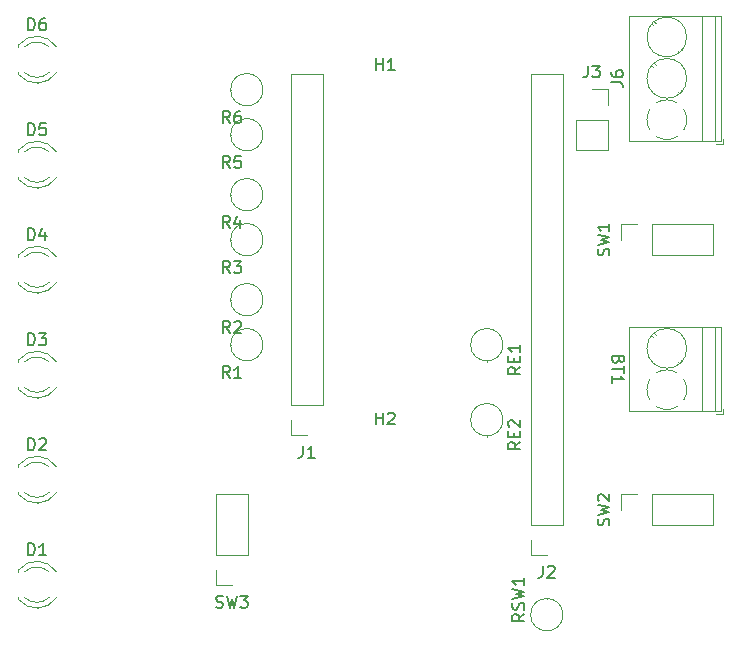
<source format=gbr>
G04 #@! TF.GenerationSoftware,KiCad,Pcbnew,5.1.5-52549c5~84~ubuntu18.04.1*
G04 #@! TF.CreationDate,2020-03-01T13:56:00-05:00*
G04 #@! TF.ProjectId,knuth-gateway,6b6e7574-682d-4676-9174-657761792e6b,rev?*
G04 #@! TF.SameCoordinates,Original*
G04 #@! TF.FileFunction,Legend,Top*
G04 #@! TF.FilePolarity,Positive*
%FSLAX46Y46*%
G04 Gerber Fmt 4.6, Leading zero omitted, Abs format (unit mm)*
G04 Created by KiCad (PCBNEW 5.1.5-52549c5~84~ubuntu18.04.1) date 2020-03-01 13:56:00*
%MOMM*%
%LPD*%
G04 APERTURE LIST*
%ADD10C,0.120000*%
%ADD11C,0.150000*%
G04 APERTURE END LIST*
D10*
X49530000Y-55780000D02*
X49530000Y-55710000D01*
X50900000Y-57150000D02*
G75*
G03X50900000Y-57150000I-1370000J0D01*
G01*
X22860000Y-54670000D02*
X21530000Y-54670000D01*
X21530000Y-54670000D02*
X21530000Y-53340000D01*
X21530000Y-52070000D02*
X21530000Y-46930000D01*
X24190000Y-46930000D02*
X21530000Y-46930000D01*
X24190000Y-52070000D02*
X24190000Y-46930000D01*
X24190000Y-52070000D02*
X21530000Y-52070000D01*
X58420000Y-49590000D02*
X58420000Y-46930000D01*
X58420000Y-49590000D02*
X63560000Y-49590000D01*
X63560000Y-49590000D02*
X63560000Y-46930000D01*
X58420000Y-46930000D02*
X63560000Y-46930000D01*
X55820000Y-46930000D02*
X57150000Y-46930000D01*
X55820000Y-48260000D02*
X55820000Y-46930000D01*
X61114721Y-37209736D02*
G75*
G02X61370000Y-38100000I-1424721J-890264D01*
G01*
X58799807Y-36674495D02*
G75*
G02X60581000Y-36675000I890193J-1425505D01*
G01*
X58264642Y-38989894D02*
G75*
G02X58250000Y-37234000I1425358J889894D01*
G01*
X60579894Y-39525358D02*
G75*
G02X58824000Y-39540000I-889894J1425358D01*
G01*
X61370099Y-38071326D02*
G75*
G02X61130000Y-38966000I-1680099J-28674D01*
G01*
X61370000Y-34600000D02*
G75*
G03X61370000Y-34600000I-1680000J0D01*
G01*
X63790000Y-39910000D02*
X63790000Y-32790000D01*
X62690000Y-39910000D02*
X62690000Y-32790000D01*
X56530000Y-39910000D02*
X56530000Y-32790000D01*
X64250000Y-39910000D02*
X64250000Y-32790000D01*
X56530000Y-39910000D02*
X64250000Y-39910000D01*
X56530000Y-32790000D02*
X64250000Y-32790000D01*
X58621000Y-33325000D02*
X58749000Y-33454000D01*
X60871000Y-35575000D02*
X60964000Y-35669000D01*
X58415000Y-33530000D02*
X58509000Y-33624000D01*
X60631000Y-35745000D02*
X60759000Y-35874000D01*
X63850000Y-40150000D02*
X64490000Y-40150000D01*
X64490000Y-40150000D02*
X64490000Y-39750000D01*
X44450000Y-42010000D02*
X44450000Y-42080000D01*
X45820000Y-40640000D02*
G75*
G03X45820000Y-40640000I-1370000J0D01*
G01*
X44450000Y-35660000D02*
X44450000Y-35730000D01*
X45820000Y-34290000D02*
G75*
G03X45820000Y-34290000I-1370000J0D01*
G01*
X22760000Y-12700000D02*
X22690000Y-12700000D01*
X25500000Y-12700000D02*
G75*
G03X25500000Y-12700000I-1370000J0D01*
G01*
X22760000Y-16510000D02*
X22690000Y-16510000D01*
X25500000Y-16510000D02*
G75*
G03X25500000Y-16510000I-1370000J0D01*
G01*
X22760000Y-21590000D02*
X22690000Y-21590000D01*
X25500000Y-21590000D02*
G75*
G03X25500000Y-21590000I-1370000J0D01*
G01*
X22760000Y-25400000D02*
X22690000Y-25400000D01*
X25500000Y-25400000D02*
G75*
G03X25500000Y-25400000I-1370000J0D01*
G01*
X22760000Y-34290000D02*
X22690000Y-34290000D01*
X25500000Y-34290000D02*
G75*
G03X25500000Y-34290000I-1370000J0D01*
G01*
X22760000Y-30480000D02*
X22690000Y-30480000D01*
X25500000Y-30480000D02*
G75*
G03X25500000Y-30480000I-1370000J0D01*
G01*
X50860000Y-49530000D02*
X48200000Y-49530000D01*
X50860000Y-49530000D02*
X50860000Y-11370000D01*
X50860000Y-11370000D02*
X48200000Y-11370000D01*
X48200000Y-49530000D02*
X48200000Y-11370000D01*
X48200000Y-52130000D02*
X48200000Y-50800000D01*
X49530000Y-52130000D02*
X48200000Y-52130000D01*
X30540000Y-39370000D02*
X27880000Y-39370000D01*
X30540000Y-39370000D02*
X30540000Y-11370000D01*
X30540000Y-11370000D02*
X27880000Y-11370000D01*
X27880000Y-39370000D02*
X27880000Y-11370000D01*
X27880000Y-41970000D02*
X27880000Y-40640000D01*
X29210000Y-41970000D02*
X27880000Y-41970000D01*
X4790000Y-55690000D02*
X4790000Y-55846000D01*
X4790000Y-53374000D02*
X4790000Y-53530000D01*
X7391130Y-55689837D02*
G75*
G02X5309039Y-55690000I-1041130J1079837D01*
G01*
X7391130Y-53530163D02*
G75*
G03X5309039Y-53530000I-1041130J-1079837D01*
G01*
X8022335Y-55688608D02*
G75*
G02X4790000Y-55845516I-1672335J1078608D01*
G01*
X8022335Y-53531392D02*
G75*
G03X4790000Y-53374484I-1672335J-1078608D01*
G01*
X8022335Y-44641392D02*
G75*
G03X4790000Y-44484484I-1672335J-1078608D01*
G01*
X8022335Y-46798608D02*
G75*
G02X4790000Y-46955516I-1672335J1078608D01*
G01*
X7391130Y-44640163D02*
G75*
G03X5309039Y-44640000I-1041130J-1079837D01*
G01*
X7391130Y-46799837D02*
G75*
G02X5309039Y-46800000I-1041130J1079837D01*
G01*
X4790000Y-44484000D02*
X4790000Y-44640000D01*
X4790000Y-46800000D02*
X4790000Y-46956000D01*
X4790000Y-37910000D02*
X4790000Y-38066000D01*
X4790000Y-35594000D02*
X4790000Y-35750000D01*
X7391130Y-37909837D02*
G75*
G02X5309039Y-37910000I-1041130J1079837D01*
G01*
X7391130Y-35750163D02*
G75*
G03X5309039Y-35750000I-1041130J-1079837D01*
G01*
X8022335Y-37908608D02*
G75*
G02X4790000Y-38065516I-1672335J1078608D01*
G01*
X8022335Y-35751392D02*
G75*
G03X4790000Y-35594484I-1672335J-1078608D01*
G01*
X8022335Y-26861392D02*
G75*
G03X4790000Y-26704484I-1672335J-1078608D01*
G01*
X8022335Y-29018608D02*
G75*
G02X4790000Y-29175516I-1672335J1078608D01*
G01*
X7391130Y-26860163D02*
G75*
G03X5309039Y-26860000I-1041130J-1079837D01*
G01*
X7391130Y-29019837D02*
G75*
G02X5309039Y-29020000I-1041130J1079837D01*
G01*
X4790000Y-26704000D02*
X4790000Y-26860000D01*
X4790000Y-29020000D02*
X4790000Y-29176000D01*
X4790000Y-20130000D02*
X4790000Y-20286000D01*
X4790000Y-17814000D02*
X4790000Y-17970000D01*
X7391130Y-20129837D02*
G75*
G02X5309039Y-20130000I-1041130J1079837D01*
G01*
X7391130Y-17970163D02*
G75*
G03X5309039Y-17970000I-1041130J-1079837D01*
G01*
X8022335Y-20128608D02*
G75*
G02X4790000Y-20285516I-1672335J1078608D01*
G01*
X8022335Y-17971392D02*
G75*
G03X4790000Y-17814484I-1672335J-1078608D01*
G01*
X8022335Y-9081392D02*
G75*
G03X4790000Y-8924484I-1672335J-1078608D01*
G01*
X8022335Y-11238608D02*
G75*
G02X4790000Y-11395516I-1672335J1078608D01*
G01*
X7391130Y-9080163D02*
G75*
G03X5309039Y-9080000I-1041130J-1079837D01*
G01*
X7391130Y-11239837D02*
G75*
G02X5309039Y-11240000I-1041130J1079837D01*
G01*
X4790000Y-8924000D02*
X4790000Y-9080000D01*
X4790000Y-11240000D02*
X4790000Y-11396000D01*
X53340000Y-12640000D02*
X54670000Y-12640000D01*
X54670000Y-12640000D02*
X54670000Y-13970000D01*
X54670000Y-15240000D02*
X54670000Y-17840000D01*
X52010000Y-17840000D02*
X54670000Y-17840000D01*
X52010000Y-15240000D02*
X52010000Y-17840000D01*
X52010000Y-15240000D02*
X54670000Y-15240000D01*
X64490000Y-17290000D02*
X64490000Y-16890000D01*
X63850000Y-17290000D02*
X64490000Y-17290000D01*
X60631000Y-9385000D02*
X60759000Y-9514000D01*
X58415000Y-7170000D02*
X58509000Y-7264000D01*
X60871000Y-9215000D02*
X60964000Y-9309000D01*
X58621000Y-6965000D02*
X58749000Y-7094000D01*
X60631000Y-12885000D02*
X60759000Y-13014000D01*
X58415000Y-10670000D02*
X58509000Y-10764000D01*
X60871000Y-12715000D02*
X60964000Y-12809000D01*
X58621000Y-10465000D02*
X58749000Y-10594000D01*
X56530000Y-6430000D02*
X64250000Y-6430000D01*
X56530000Y-17050000D02*
X64250000Y-17050000D01*
X64250000Y-17050000D02*
X64250000Y-6430000D01*
X56530000Y-17050000D02*
X56530000Y-6430000D01*
X62690000Y-17050000D02*
X62690000Y-6430000D01*
X63790000Y-17050000D02*
X63790000Y-6430000D01*
X61370000Y-8240000D02*
G75*
G03X61370000Y-8240000I-1680000J0D01*
G01*
X61370000Y-11740000D02*
G75*
G03X61370000Y-11740000I-1680000J0D01*
G01*
X61370099Y-15211326D02*
G75*
G02X61130000Y-16106000I-1680099J-28674D01*
G01*
X60579894Y-16665358D02*
G75*
G02X58824000Y-16680000I-889894J1425358D01*
G01*
X58264642Y-16129894D02*
G75*
G02X58250000Y-14374000I1425358J889894D01*
G01*
X58799807Y-13814495D02*
G75*
G02X60581000Y-13815000I890193J-1425505D01*
G01*
X61114721Y-14349736D02*
G75*
G02X61370000Y-15240000I-1424721J-890264D01*
G01*
X58420000Y-26730000D02*
X58420000Y-24070000D01*
X58420000Y-26730000D02*
X63560000Y-26730000D01*
X63560000Y-26730000D02*
X63560000Y-24070000D01*
X58420000Y-24070000D02*
X63560000Y-24070000D01*
X55820000Y-24070000D02*
X57150000Y-24070000D01*
X55820000Y-25400000D02*
X55820000Y-24070000D01*
D11*
X47612380Y-57094285D02*
X47136190Y-57427619D01*
X47612380Y-57665714D02*
X46612380Y-57665714D01*
X46612380Y-57284761D01*
X46660000Y-57189523D01*
X46707619Y-57141904D01*
X46802857Y-57094285D01*
X46945714Y-57094285D01*
X47040952Y-57141904D01*
X47088571Y-57189523D01*
X47136190Y-57284761D01*
X47136190Y-57665714D01*
X47564761Y-56713333D02*
X47612380Y-56570476D01*
X47612380Y-56332380D01*
X47564761Y-56237142D01*
X47517142Y-56189523D01*
X47421904Y-56141904D01*
X47326666Y-56141904D01*
X47231428Y-56189523D01*
X47183809Y-56237142D01*
X47136190Y-56332380D01*
X47088571Y-56522857D01*
X47040952Y-56618095D01*
X46993333Y-56665714D01*
X46898095Y-56713333D01*
X46802857Y-56713333D01*
X46707619Y-56665714D01*
X46660000Y-56618095D01*
X46612380Y-56522857D01*
X46612380Y-56284761D01*
X46660000Y-56141904D01*
X46612380Y-55808571D02*
X47612380Y-55570476D01*
X46898095Y-55380000D01*
X47612380Y-55189523D01*
X46612380Y-54951428D01*
X47612380Y-54046666D02*
X47612380Y-54618095D01*
X47612380Y-54332380D02*
X46612380Y-54332380D01*
X46755238Y-54427619D01*
X46850476Y-54522857D01*
X46898095Y-54618095D01*
X35068095Y-41032380D02*
X35068095Y-40032380D01*
X35068095Y-40508571D02*
X35639523Y-40508571D01*
X35639523Y-41032380D02*
X35639523Y-40032380D01*
X36068095Y-40127619D02*
X36115714Y-40080000D01*
X36210952Y-40032380D01*
X36449047Y-40032380D01*
X36544285Y-40080000D01*
X36591904Y-40127619D01*
X36639523Y-40222857D01*
X36639523Y-40318095D01*
X36591904Y-40460952D01*
X36020476Y-41032380D01*
X36639523Y-41032380D01*
X35068095Y-11032380D02*
X35068095Y-10032380D01*
X35068095Y-10508571D02*
X35639523Y-10508571D01*
X35639523Y-11032380D02*
X35639523Y-10032380D01*
X36639523Y-11032380D02*
X36068095Y-11032380D01*
X36353809Y-11032380D02*
X36353809Y-10032380D01*
X36258571Y-10175238D01*
X36163333Y-10270476D01*
X36068095Y-10318095D01*
X21526666Y-56514761D02*
X21669523Y-56562380D01*
X21907619Y-56562380D01*
X22002857Y-56514761D01*
X22050476Y-56467142D01*
X22098095Y-56371904D01*
X22098095Y-56276666D01*
X22050476Y-56181428D01*
X22002857Y-56133809D01*
X21907619Y-56086190D01*
X21717142Y-56038571D01*
X21621904Y-55990952D01*
X21574285Y-55943333D01*
X21526666Y-55848095D01*
X21526666Y-55752857D01*
X21574285Y-55657619D01*
X21621904Y-55610000D01*
X21717142Y-55562380D01*
X21955238Y-55562380D01*
X22098095Y-55610000D01*
X22431428Y-55562380D02*
X22669523Y-56562380D01*
X22860000Y-55848095D01*
X23050476Y-56562380D01*
X23288571Y-55562380D01*
X23574285Y-55562380D02*
X24193333Y-55562380D01*
X23860000Y-55943333D01*
X24002857Y-55943333D01*
X24098095Y-55990952D01*
X24145714Y-56038571D01*
X24193333Y-56133809D01*
X24193333Y-56371904D01*
X24145714Y-56467142D01*
X24098095Y-56514761D01*
X24002857Y-56562380D01*
X23717142Y-56562380D01*
X23621904Y-56514761D01*
X23574285Y-56467142D01*
X54784761Y-49593333D02*
X54832380Y-49450476D01*
X54832380Y-49212380D01*
X54784761Y-49117142D01*
X54737142Y-49069523D01*
X54641904Y-49021904D01*
X54546666Y-49021904D01*
X54451428Y-49069523D01*
X54403809Y-49117142D01*
X54356190Y-49212380D01*
X54308571Y-49402857D01*
X54260952Y-49498095D01*
X54213333Y-49545714D01*
X54118095Y-49593333D01*
X54022857Y-49593333D01*
X53927619Y-49545714D01*
X53880000Y-49498095D01*
X53832380Y-49402857D01*
X53832380Y-49164761D01*
X53880000Y-49021904D01*
X53832380Y-48688571D02*
X54832380Y-48450476D01*
X54118095Y-48260000D01*
X54832380Y-48069523D01*
X53832380Y-47831428D01*
X53927619Y-47498095D02*
X53880000Y-47450476D01*
X53832380Y-47355238D01*
X53832380Y-47117142D01*
X53880000Y-47021904D01*
X53927619Y-46974285D01*
X54022857Y-46926666D01*
X54118095Y-46926666D01*
X54260952Y-46974285D01*
X54832380Y-47545714D01*
X54832380Y-46926666D01*
X55601428Y-35564285D02*
X55553809Y-35707142D01*
X55506190Y-35754761D01*
X55410952Y-35802380D01*
X55268095Y-35802380D01*
X55172857Y-35754761D01*
X55125238Y-35707142D01*
X55077619Y-35611904D01*
X55077619Y-35230952D01*
X56077619Y-35230952D01*
X56077619Y-35564285D01*
X56030000Y-35659523D01*
X55982380Y-35707142D01*
X55887142Y-35754761D01*
X55791904Y-35754761D01*
X55696666Y-35707142D01*
X55649047Y-35659523D01*
X55601428Y-35564285D01*
X55601428Y-35230952D01*
X56077619Y-36088095D02*
X56077619Y-36659523D01*
X55077619Y-36373809D02*
X56077619Y-36373809D01*
X55077619Y-37516666D02*
X55077619Y-36945238D01*
X55077619Y-37230952D02*
X56077619Y-37230952D01*
X55934761Y-37135714D01*
X55839523Y-37040476D01*
X55791904Y-36945238D01*
X47272380Y-42529047D02*
X46796190Y-42862380D01*
X47272380Y-43100476D02*
X46272380Y-43100476D01*
X46272380Y-42719523D01*
X46320000Y-42624285D01*
X46367619Y-42576666D01*
X46462857Y-42529047D01*
X46605714Y-42529047D01*
X46700952Y-42576666D01*
X46748571Y-42624285D01*
X46796190Y-42719523D01*
X46796190Y-43100476D01*
X46748571Y-42100476D02*
X46748571Y-41767142D01*
X47272380Y-41624285D02*
X47272380Y-42100476D01*
X46272380Y-42100476D01*
X46272380Y-41624285D01*
X46367619Y-41243333D02*
X46320000Y-41195714D01*
X46272380Y-41100476D01*
X46272380Y-40862380D01*
X46320000Y-40767142D01*
X46367619Y-40719523D01*
X46462857Y-40671904D01*
X46558095Y-40671904D01*
X46700952Y-40719523D01*
X47272380Y-41290952D01*
X47272380Y-40671904D01*
X47272380Y-36179047D02*
X46796190Y-36512380D01*
X47272380Y-36750476D02*
X46272380Y-36750476D01*
X46272380Y-36369523D01*
X46320000Y-36274285D01*
X46367619Y-36226666D01*
X46462857Y-36179047D01*
X46605714Y-36179047D01*
X46700952Y-36226666D01*
X46748571Y-36274285D01*
X46796190Y-36369523D01*
X46796190Y-36750476D01*
X46748571Y-35750476D02*
X46748571Y-35417142D01*
X47272380Y-35274285D02*
X47272380Y-35750476D01*
X46272380Y-35750476D01*
X46272380Y-35274285D01*
X47272380Y-34321904D02*
X47272380Y-34893333D01*
X47272380Y-34607619D02*
X46272380Y-34607619D01*
X46415238Y-34702857D01*
X46510476Y-34798095D01*
X46558095Y-34893333D01*
X22693333Y-15522380D02*
X22360000Y-15046190D01*
X22121904Y-15522380D02*
X22121904Y-14522380D01*
X22502857Y-14522380D01*
X22598095Y-14570000D01*
X22645714Y-14617619D01*
X22693333Y-14712857D01*
X22693333Y-14855714D01*
X22645714Y-14950952D01*
X22598095Y-14998571D01*
X22502857Y-15046190D01*
X22121904Y-15046190D01*
X23550476Y-14522380D02*
X23360000Y-14522380D01*
X23264761Y-14570000D01*
X23217142Y-14617619D01*
X23121904Y-14760476D01*
X23074285Y-14950952D01*
X23074285Y-15331904D01*
X23121904Y-15427142D01*
X23169523Y-15474761D01*
X23264761Y-15522380D01*
X23455238Y-15522380D01*
X23550476Y-15474761D01*
X23598095Y-15427142D01*
X23645714Y-15331904D01*
X23645714Y-15093809D01*
X23598095Y-14998571D01*
X23550476Y-14950952D01*
X23455238Y-14903333D01*
X23264761Y-14903333D01*
X23169523Y-14950952D01*
X23121904Y-14998571D01*
X23074285Y-15093809D01*
X22693333Y-19332380D02*
X22360000Y-18856190D01*
X22121904Y-19332380D02*
X22121904Y-18332380D01*
X22502857Y-18332380D01*
X22598095Y-18380000D01*
X22645714Y-18427619D01*
X22693333Y-18522857D01*
X22693333Y-18665714D01*
X22645714Y-18760952D01*
X22598095Y-18808571D01*
X22502857Y-18856190D01*
X22121904Y-18856190D01*
X23598095Y-18332380D02*
X23121904Y-18332380D01*
X23074285Y-18808571D01*
X23121904Y-18760952D01*
X23217142Y-18713333D01*
X23455238Y-18713333D01*
X23550476Y-18760952D01*
X23598095Y-18808571D01*
X23645714Y-18903809D01*
X23645714Y-19141904D01*
X23598095Y-19237142D01*
X23550476Y-19284761D01*
X23455238Y-19332380D01*
X23217142Y-19332380D01*
X23121904Y-19284761D01*
X23074285Y-19237142D01*
X22693333Y-24412380D02*
X22360000Y-23936190D01*
X22121904Y-24412380D02*
X22121904Y-23412380D01*
X22502857Y-23412380D01*
X22598095Y-23460000D01*
X22645714Y-23507619D01*
X22693333Y-23602857D01*
X22693333Y-23745714D01*
X22645714Y-23840952D01*
X22598095Y-23888571D01*
X22502857Y-23936190D01*
X22121904Y-23936190D01*
X23550476Y-23745714D02*
X23550476Y-24412380D01*
X23312380Y-23364761D02*
X23074285Y-24079047D01*
X23693333Y-24079047D01*
X22693333Y-28222380D02*
X22360000Y-27746190D01*
X22121904Y-28222380D02*
X22121904Y-27222380D01*
X22502857Y-27222380D01*
X22598095Y-27270000D01*
X22645714Y-27317619D01*
X22693333Y-27412857D01*
X22693333Y-27555714D01*
X22645714Y-27650952D01*
X22598095Y-27698571D01*
X22502857Y-27746190D01*
X22121904Y-27746190D01*
X23026666Y-27222380D02*
X23645714Y-27222380D01*
X23312380Y-27603333D01*
X23455238Y-27603333D01*
X23550476Y-27650952D01*
X23598095Y-27698571D01*
X23645714Y-27793809D01*
X23645714Y-28031904D01*
X23598095Y-28127142D01*
X23550476Y-28174761D01*
X23455238Y-28222380D01*
X23169523Y-28222380D01*
X23074285Y-28174761D01*
X23026666Y-28127142D01*
X22693333Y-37112380D02*
X22360000Y-36636190D01*
X22121904Y-37112380D02*
X22121904Y-36112380D01*
X22502857Y-36112380D01*
X22598095Y-36160000D01*
X22645714Y-36207619D01*
X22693333Y-36302857D01*
X22693333Y-36445714D01*
X22645714Y-36540952D01*
X22598095Y-36588571D01*
X22502857Y-36636190D01*
X22121904Y-36636190D01*
X23645714Y-37112380D02*
X23074285Y-37112380D01*
X23360000Y-37112380D02*
X23360000Y-36112380D01*
X23264761Y-36255238D01*
X23169523Y-36350476D01*
X23074285Y-36398095D01*
X22693333Y-33302380D02*
X22360000Y-32826190D01*
X22121904Y-33302380D02*
X22121904Y-32302380D01*
X22502857Y-32302380D01*
X22598095Y-32350000D01*
X22645714Y-32397619D01*
X22693333Y-32492857D01*
X22693333Y-32635714D01*
X22645714Y-32730952D01*
X22598095Y-32778571D01*
X22502857Y-32826190D01*
X22121904Y-32826190D01*
X23074285Y-32397619D02*
X23121904Y-32350000D01*
X23217142Y-32302380D01*
X23455238Y-32302380D01*
X23550476Y-32350000D01*
X23598095Y-32397619D01*
X23645714Y-32492857D01*
X23645714Y-32588095D01*
X23598095Y-32730952D01*
X23026666Y-33302380D01*
X23645714Y-33302380D01*
X49196666Y-53022380D02*
X49196666Y-53736666D01*
X49149047Y-53879523D01*
X49053809Y-53974761D01*
X48910952Y-54022380D01*
X48815714Y-54022380D01*
X49625238Y-53117619D02*
X49672857Y-53070000D01*
X49768095Y-53022380D01*
X50006190Y-53022380D01*
X50101428Y-53070000D01*
X50149047Y-53117619D01*
X50196666Y-53212857D01*
X50196666Y-53308095D01*
X50149047Y-53450952D01*
X49577619Y-54022380D01*
X50196666Y-54022380D01*
X28876666Y-42862380D02*
X28876666Y-43576666D01*
X28829047Y-43719523D01*
X28733809Y-43814761D01*
X28590952Y-43862380D01*
X28495714Y-43862380D01*
X29876666Y-43862380D02*
X29305238Y-43862380D01*
X29590952Y-43862380D02*
X29590952Y-42862380D01*
X29495714Y-43005238D01*
X29400476Y-43100476D01*
X29305238Y-43148095D01*
X5611904Y-52102380D02*
X5611904Y-51102380D01*
X5850000Y-51102380D01*
X5992857Y-51150000D01*
X6088095Y-51245238D01*
X6135714Y-51340476D01*
X6183333Y-51530952D01*
X6183333Y-51673809D01*
X6135714Y-51864285D01*
X6088095Y-51959523D01*
X5992857Y-52054761D01*
X5850000Y-52102380D01*
X5611904Y-52102380D01*
X7135714Y-52102380D02*
X6564285Y-52102380D01*
X6850000Y-52102380D02*
X6850000Y-51102380D01*
X6754761Y-51245238D01*
X6659523Y-51340476D01*
X6564285Y-51388095D01*
X5611904Y-43212380D02*
X5611904Y-42212380D01*
X5850000Y-42212380D01*
X5992857Y-42260000D01*
X6088095Y-42355238D01*
X6135714Y-42450476D01*
X6183333Y-42640952D01*
X6183333Y-42783809D01*
X6135714Y-42974285D01*
X6088095Y-43069523D01*
X5992857Y-43164761D01*
X5850000Y-43212380D01*
X5611904Y-43212380D01*
X6564285Y-42307619D02*
X6611904Y-42260000D01*
X6707142Y-42212380D01*
X6945238Y-42212380D01*
X7040476Y-42260000D01*
X7088095Y-42307619D01*
X7135714Y-42402857D01*
X7135714Y-42498095D01*
X7088095Y-42640952D01*
X6516666Y-43212380D01*
X7135714Y-43212380D01*
X5611904Y-34322380D02*
X5611904Y-33322380D01*
X5850000Y-33322380D01*
X5992857Y-33370000D01*
X6088095Y-33465238D01*
X6135714Y-33560476D01*
X6183333Y-33750952D01*
X6183333Y-33893809D01*
X6135714Y-34084285D01*
X6088095Y-34179523D01*
X5992857Y-34274761D01*
X5850000Y-34322380D01*
X5611904Y-34322380D01*
X6516666Y-33322380D02*
X7135714Y-33322380D01*
X6802380Y-33703333D01*
X6945238Y-33703333D01*
X7040476Y-33750952D01*
X7088095Y-33798571D01*
X7135714Y-33893809D01*
X7135714Y-34131904D01*
X7088095Y-34227142D01*
X7040476Y-34274761D01*
X6945238Y-34322380D01*
X6659523Y-34322380D01*
X6564285Y-34274761D01*
X6516666Y-34227142D01*
X5611904Y-25432380D02*
X5611904Y-24432380D01*
X5850000Y-24432380D01*
X5992857Y-24480000D01*
X6088095Y-24575238D01*
X6135714Y-24670476D01*
X6183333Y-24860952D01*
X6183333Y-25003809D01*
X6135714Y-25194285D01*
X6088095Y-25289523D01*
X5992857Y-25384761D01*
X5850000Y-25432380D01*
X5611904Y-25432380D01*
X7040476Y-24765714D02*
X7040476Y-25432380D01*
X6802380Y-24384761D02*
X6564285Y-25099047D01*
X7183333Y-25099047D01*
X5611904Y-16542380D02*
X5611904Y-15542380D01*
X5850000Y-15542380D01*
X5992857Y-15590000D01*
X6088095Y-15685238D01*
X6135714Y-15780476D01*
X6183333Y-15970952D01*
X6183333Y-16113809D01*
X6135714Y-16304285D01*
X6088095Y-16399523D01*
X5992857Y-16494761D01*
X5850000Y-16542380D01*
X5611904Y-16542380D01*
X7088095Y-15542380D02*
X6611904Y-15542380D01*
X6564285Y-16018571D01*
X6611904Y-15970952D01*
X6707142Y-15923333D01*
X6945238Y-15923333D01*
X7040476Y-15970952D01*
X7088095Y-16018571D01*
X7135714Y-16113809D01*
X7135714Y-16351904D01*
X7088095Y-16447142D01*
X7040476Y-16494761D01*
X6945238Y-16542380D01*
X6707142Y-16542380D01*
X6611904Y-16494761D01*
X6564285Y-16447142D01*
X5611904Y-7652380D02*
X5611904Y-6652380D01*
X5850000Y-6652380D01*
X5992857Y-6700000D01*
X6088095Y-6795238D01*
X6135714Y-6890476D01*
X6183333Y-7080952D01*
X6183333Y-7223809D01*
X6135714Y-7414285D01*
X6088095Y-7509523D01*
X5992857Y-7604761D01*
X5850000Y-7652380D01*
X5611904Y-7652380D01*
X7040476Y-6652380D02*
X6850000Y-6652380D01*
X6754761Y-6700000D01*
X6707142Y-6747619D01*
X6611904Y-6890476D01*
X6564285Y-7080952D01*
X6564285Y-7461904D01*
X6611904Y-7557142D01*
X6659523Y-7604761D01*
X6754761Y-7652380D01*
X6945238Y-7652380D01*
X7040476Y-7604761D01*
X7088095Y-7557142D01*
X7135714Y-7461904D01*
X7135714Y-7223809D01*
X7088095Y-7128571D01*
X7040476Y-7080952D01*
X6945238Y-7033333D01*
X6754761Y-7033333D01*
X6659523Y-7080952D01*
X6611904Y-7128571D01*
X6564285Y-7223809D01*
X53006666Y-10652380D02*
X53006666Y-11366666D01*
X52959047Y-11509523D01*
X52863809Y-11604761D01*
X52720952Y-11652380D01*
X52625714Y-11652380D01*
X53387619Y-10652380D02*
X54006666Y-10652380D01*
X53673333Y-11033333D01*
X53816190Y-11033333D01*
X53911428Y-11080952D01*
X53959047Y-11128571D01*
X54006666Y-11223809D01*
X54006666Y-11461904D01*
X53959047Y-11557142D01*
X53911428Y-11604761D01*
X53816190Y-11652380D01*
X53530476Y-11652380D01*
X53435238Y-11604761D01*
X53387619Y-11557142D01*
X54982380Y-12073333D02*
X55696666Y-12073333D01*
X55839523Y-12120952D01*
X55934761Y-12216190D01*
X55982380Y-12359047D01*
X55982380Y-12454285D01*
X54982380Y-11168571D02*
X54982380Y-11359047D01*
X55030000Y-11454285D01*
X55077619Y-11501904D01*
X55220476Y-11597142D01*
X55410952Y-11644761D01*
X55791904Y-11644761D01*
X55887142Y-11597142D01*
X55934761Y-11549523D01*
X55982380Y-11454285D01*
X55982380Y-11263809D01*
X55934761Y-11168571D01*
X55887142Y-11120952D01*
X55791904Y-11073333D01*
X55553809Y-11073333D01*
X55458571Y-11120952D01*
X55410952Y-11168571D01*
X55363333Y-11263809D01*
X55363333Y-11454285D01*
X55410952Y-11549523D01*
X55458571Y-11597142D01*
X55553809Y-11644761D01*
X54784761Y-26733333D02*
X54832380Y-26590476D01*
X54832380Y-26352380D01*
X54784761Y-26257142D01*
X54737142Y-26209523D01*
X54641904Y-26161904D01*
X54546666Y-26161904D01*
X54451428Y-26209523D01*
X54403809Y-26257142D01*
X54356190Y-26352380D01*
X54308571Y-26542857D01*
X54260952Y-26638095D01*
X54213333Y-26685714D01*
X54118095Y-26733333D01*
X54022857Y-26733333D01*
X53927619Y-26685714D01*
X53880000Y-26638095D01*
X53832380Y-26542857D01*
X53832380Y-26304761D01*
X53880000Y-26161904D01*
X53832380Y-25828571D02*
X54832380Y-25590476D01*
X54118095Y-25400000D01*
X54832380Y-25209523D01*
X53832380Y-24971428D01*
X54832380Y-24066666D02*
X54832380Y-24638095D01*
X54832380Y-24352380D02*
X53832380Y-24352380D01*
X53975238Y-24447619D01*
X54070476Y-24542857D01*
X54118095Y-24638095D01*
M02*

</source>
